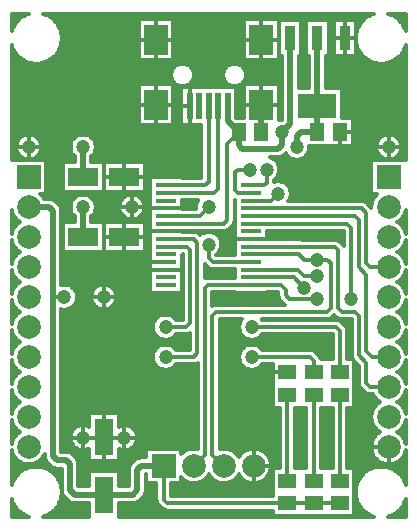
<source format=gbr>
G04 DipTrace 3.1.0.1*
G04 Âåðõíèé.gbr*
%MOIN*%
G04 #@! TF.FileFunction,Copper,L1,Top*
G04 #@! TF.Part,Single*
G04 #@! TA.AperFunction,CopperBalancing*
%ADD14C,0.011811*%
G04 #@! TA.AperFunction,Conductor*
%ADD15C,0.019685*%
%ADD18R,0.100394X0.062992*%
%ADD19R,0.051181X0.059055*%
%ADD20R,0.059055X0.051181*%
%ADD22R,0.062992X0.124016*%
%ADD24R,0.019685X0.090551*%
%ADD25R,0.07874X0.098425*%
G04 #@! TA.AperFunction,ComponentPad*
%ADD26R,0.07874X0.07874*%
%ADD27C,0.07874*%
%ADD29R,0.037402X0.084646*%
%ADD30R,0.127953X0.084646*%
%ADD31R,0.070866X0.015748*%
G04 #@! TA.AperFunction,ViaPad*
%ADD32C,0.047244*%
%FSLAX26Y26*%
G04*
G70*
G90*
G75*
G01*
G04 Top*
%LPD*%
X806335Y637567D2*
D14*
X1087614D1*
X1100003Y625178D1*
Y487403D1*
X520772Y905365D2*
X588542D1*
X600063Y893844D1*
Y650068D1*
X587562Y637567D1*
X518804D1*
X1012503Y487403D2*
Y525159D1*
X1000105Y537556D1*
X806335D1*
X520772Y930955D2*
X612957D1*
X625066Y918846D1*
Y550058D1*
X612564Y537556D1*
X518804D1*
X804236Y1084499D2*
X759270D1*
X750001Y1093768D1*
Y1152974D1*
X759650Y1162622D1*
X800084D1*
X804236Y1110089D2*
X847739D1*
X856251Y1118601D1*
Y1162500D1*
X856249D1*
X804236Y1058908D2*
X871407D1*
X893751Y1081252D1*
X804236Y1033318D2*
X1173164D1*
X1187625Y1018857D1*
Y850089D1*
X1200214Y837500D1*
X1262500D1*
X520764Y1110089D2*
X651133D1*
X662500Y1121457D1*
Y1375295D1*
X520772Y1084499D2*
X681526D1*
X693751Y1096723D1*
Y1375050D1*
X693996Y1375295D1*
X804236Y1007727D2*
X1148749D1*
X1162622Y993854D1*
Y837588D1*
X1187625Y812585D1*
Y556308D1*
X1206433Y537500D1*
X1262500D1*
X804236Y982136D2*
X1124335D1*
X1137619Y968852D1*
Y731327D1*
X981353Y768752D2*
X947102Y803003D1*
X804236D1*
X520772Y1007727D2*
X632688D1*
X662570Y1037609D1*
X804236Y905365D2*
X1082344D1*
X1093865Y893844D1*
Y700073D1*
X1106366Y687572D1*
X1150121D1*
X1162622Y675071D1*
Y543807D1*
X1187625Y518804D1*
Y450047D1*
X1200172Y437500D1*
X1262500D1*
X804236Y828593D2*
X959094D1*
X981353Y806335D1*
X1025108D1*
X804236Y879774D2*
X963978D1*
X981161Y862591D1*
X1025108D1*
X712570Y175018D2*
X675071Y212517D1*
Y675071D1*
X687501Y687501D1*
X1056467D1*
X1068751Y699785D1*
Y850026D1*
X1056186Y862591D1*
X1025108D1*
X804236Y777412D2*
X658650D1*
X650070Y768832D1*
Y212518D1*
X612570Y175018D1*
X804236Y777412D2*
X904014D1*
X918846Y762580D1*
Y743828D1*
X931348Y731327D1*
X1025108D1*
X1100003Y50094D2*
X1012503D1*
X312533Y78562D2*
D15*
X409846D1*
X425045Y93760D1*
Y162517D1*
X437546Y175018D1*
X512570D1*
X62500Y1037500D2*
X131373D1*
X143765Y1025108D1*
Y737577D1*
Y206272D1*
X156266Y193770D1*
X187520D1*
X200021Y181269D1*
Y93760D1*
X215219Y78562D1*
X312533D1*
X804236Y854184D2*
D14*
X677227D1*
X662570Y868841D1*
Y912596D1*
X181269Y737577D2*
X143765D1*
X1012503Y50094D2*
X925110D1*
X925097Y50108D1*
X524953D1*
X512554Y62507D1*
Y175003D1*
X512570Y175018D1*
X934449Y1601673D2*
D15*
Y1315699D1*
X906249Y1287500D1*
X725492Y1375295D2*
Y1324606D1*
X762598Y1287500D1*
Y1243749D1*
X775076Y1231272D1*
X893770D1*
X906249Y1243751D1*
Y1287500D1*
X520772Y982136D2*
D14*
X713358D1*
X724686Y993465D1*
Y1248958D1*
X762598Y1286870D1*
Y1287500D1*
X243776Y1137619D2*
D15*
Y1237630D1*
X837402Y1287500D2*
Y1378937D1*
X837697Y1379232D1*
X804236Y930955D2*
D14*
X737970D1*
X712379Y956546D1*
X520772D1*
X243776Y268778D2*
X309836D1*
X312533Y271475D1*
X381290Y268778D2*
X315230D1*
X312533Y271475D1*
X1025000Y1373327D2*
D15*
X1025098Y1287500D1*
X968717D1*
X956350Y1275134D1*
Y1237630D1*
X1025000Y1373327D2*
Y1601673D1*
X243776Y937598D2*
Y1037609D1*
X1100003Y412600D2*
D14*
Y124898D1*
X1012503D2*
Y412600D1*
X925097Y412646D2*
Y124911D1*
D32*
X1137619Y731327D3*
X1025108Y862591D3*
Y806335D3*
Y731327D3*
X243776Y1237630D3*
X893751Y1081252D3*
X800084Y1162622D3*
X856249Y1162500D3*
X662570Y1037609D3*
X906249Y1287500D3*
X956350Y1237630D3*
X806335Y537556D3*
Y637567D3*
X981353Y768752D3*
X243776Y268778D3*
Y1037609D3*
X518804Y637567D3*
Y537556D3*
X381290Y268778D3*
X662570Y912596D3*
X181269Y737577D3*
X406293Y1037609D3*
X62507Y1237630D3*
X1262633D3*
X312533Y737577D3*
X7098Y1669916D2*
D14*
X38370D1*
X136627D2*
X1188375D1*
X1286634D2*
X1317906D1*
X7098Y1658236D2*
X24713D1*
X150283D2*
X428572D1*
X546046D2*
X778958D1*
X972510D2*
X986920D1*
X1063077D2*
X1077486D1*
X1153621D2*
X1174719D1*
X1300290D2*
X1317906D1*
X7098Y1646556D2*
X15453D1*
X159534D2*
X428572D1*
X546046D2*
X778958D1*
X972510D2*
X986920D1*
X1063077D2*
X1077486D1*
X1153621D2*
X1165469D1*
X1309541D2*
X1317906D1*
X165948Y1634877D2*
X428572D1*
X546046D2*
X778958D1*
X972510D2*
X986920D1*
X1063077D2*
X1077486D1*
X1153621D2*
X1159062D1*
X170215Y1623197D2*
X428572D1*
X546046D2*
X778958D1*
X972510D2*
X986920D1*
X1063077D2*
X1077486D1*
X172684Y1611517D2*
X428572D1*
X546046D2*
X778958D1*
X972510D2*
X986920D1*
X1063077D2*
X1077486D1*
X173467Y1599837D2*
X428572D1*
X546046D2*
X778958D1*
X972510D2*
X986920D1*
X1063077D2*
X1077486D1*
X172636Y1588157D2*
X428572D1*
X546046D2*
X778958D1*
X972510D2*
X986920D1*
X1063077D2*
X1077486D1*
X170122Y1576478D2*
X428572D1*
X546046D2*
X778958D1*
X972510D2*
X986920D1*
X1063077D2*
X1077486D1*
X165808Y1564798D2*
X428572D1*
X546046D2*
X778958D1*
X972510D2*
X986920D1*
X1063077D2*
X1077486D1*
X1153621D2*
X1159190D1*
X7098Y1553118D2*
X15682D1*
X159327D2*
X428572D1*
X546046D2*
X778958D1*
X972510D2*
X986920D1*
X1063077D2*
X1077486D1*
X1153621D2*
X1165677D1*
X1309310D2*
X1317906D1*
X7098Y1541438D2*
X25013D1*
X149984D2*
X428572D1*
X546046D2*
X778958D1*
X972510D2*
X986920D1*
X1063077D2*
X1077486D1*
X1153621D2*
X1175020D1*
X1299990D2*
X1317906D1*
X7098Y1529759D2*
X38854D1*
X136143D2*
X428572D1*
X546046D2*
X778958D1*
X896432D2*
X905234D1*
X963652D2*
X995778D1*
X1054219D2*
X1188861D1*
X1286150D2*
X1317906D1*
X7098Y1518079D2*
X64507D1*
X110491D2*
X905234D1*
X963652D2*
X995778D1*
X1054219D2*
X1214512D1*
X1260497D2*
X1317906D1*
X7098Y1506399D2*
X550558D1*
X601178D2*
X723778D1*
X774423D2*
X905234D1*
X963652D2*
X995778D1*
X1054219D2*
X1317906D1*
X7098Y1494719D2*
X541261D1*
X610475D2*
X714482D1*
X783719D2*
X905234D1*
X963652D2*
X995778D1*
X1054219D2*
X1317906D1*
X7098Y1483039D2*
X537547D1*
X614189D2*
X710768D1*
X787433D2*
X905234D1*
X963652D2*
X995778D1*
X1054219D2*
X1317906D1*
X7098Y1471360D2*
X537685D1*
X614051D2*
X710906D1*
X787272D2*
X905234D1*
X963652D2*
X995778D1*
X1054219D2*
X1317906D1*
X7098Y1459680D2*
X541745D1*
X609991D2*
X714966D1*
X783235D2*
X905234D1*
X963652D2*
X995778D1*
X1054219D2*
X1317906D1*
X7098Y1448000D2*
X551688D1*
X600049D2*
X724908D1*
X773269D2*
X905234D1*
X963652D2*
X995778D1*
X1054219D2*
X1317906D1*
X7098Y1436320D2*
X428572D1*
X546046D2*
X570304D1*
X754699D2*
X778958D1*
X896432D2*
X905234D1*
X963652D2*
X995778D1*
X1054219D2*
X1317906D1*
X7098Y1424640D2*
X428572D1*
X546046D2*
X570304D1*
X754699D2*
X778958D1*
X896432D2*
X905234D1*
X1108337D2*
X1317906D1*
X7098Y1412961D2*
X428572D1*
X546046D2*
X570304D1*
X754699D2*
X778958D1*
X896432D2*
X905234D1*
X1108337D2*
X1317906D1*
X7098Y1401281D2*
X428572D1*
X546046D2*
X570304D1*
X754699D2*
X778958D1*
X896432D2*
X905234D1*
X1108337D2*
X1317906D1*
X7098Y1389601D2*
X428572D1*
X546046D2*
X570304D1*
X754699D2*
X778958D1*
X896432D2*
X905234D1*
X1108337D2*
X1317906D1*
X7098Y1377921D2*
X428572D1*
X546046D2*
X570304D1*
X754699D2*
X778958D1*
X896432D2*
X905234D1*
X1108337D2*
X1317906D1*
X7098Y1366241D2*
X428572D1*
X546046D2*
X570304D1*
X754699D2*
X778958D1*
X896432D2*
X905234D1*
X1108337D2*
X1317906D1*
X7098Y1354562D2*
X428572D1*
X546046D2*
X570304D1*
X754699D2*
X778958D1*
X896432D2*
X905234D1*
X1108337D2*
X1317906D1*
X7098Y1342882D2*
X428572D1*
X546046D2*
X570304D1*
X754699D2*
X778958D1*
X896432D2*
X905234D1*
X1108337D2*
X1317906D1*
X7098Y1331202D2*
X428572D1*
X546046D2*
X570304D1*
X896432D2*
X905234D1*
X1144854D2*
X1317906D1*
X7098Y1319522D2*
X428572D1*
X546046D2*
X570304D1*
X1144854D2*
X1317906D1*
X7098Y1307843D2*
X637226D1*
X1144854D2*
X1317906D1*
X7098Y1296163D2*
X637226D1*
X1144854D2*
X1317906D1*
X7098Y1284483D2*
X637226D1*
X1144854D2*
X1317906D1*
X7098Y1272803D2*
X38715D1*
X86291D2*
X219987D1*
X267563D2*
X637226D1*
X1144854D2*
X1238849D1*
X1286425D2*
X1317906D1*
X7098Y1261123D2*
X26743D1*
X98265D2*
X208014D1*
X279535D2*
X637226D1*
X1144854D2*
X1226854D1*
X1298398D2*
X1317906D1*
X7098Y1249444D2*
X21207D1*
X103801D2*
X202478D1*
X285072D2*
X637226D1*
X1144854D2*
X1221341D1*
X1303912D2*
X1317906D1*
X7098Y1237764D2*
X19522D1*
X105508D2*
X200794D1*
X286756D2*
X637226D1*
X999340D2*
X1219634D1*
X1305618D2*
X1317906D1*
X7098Y1226084D2*
X21138D1*
X103870D2*
X202409D1*
X285142D2*
X637226D1*
X997724D2*
X1221272D1*
X1304004D2*
X1317906D1*
X7098Y1214404D2*
X26559D1*
X98449D2*
X207831D1*
X279720D2*
X637226D1*
X992303D2*
X1226693D1*
X1298583D2*
X1317906D1*
X7098Y1202724D2*
X38301D1*
X86707D2*
X214566D1*
X272984D2*
X637226D1*
X868841D2*
X932155D1*
X980539D2*
X1238434D1*
X1286841D2*
X1317906D1*
X121240Y1191045D2*
X214566D1*
X272984D2*
X637226D1*
X887988D2*
X1203762D1*
X121240Y1179365D2*
X174219D1*
X451142D2*
X637226D1*
X895693D2*
X1203762D1*
X121240Y1167685D2*
X174219D1*
X451142D2*
X637226D1*
X898923D2*
X1203762D1*
X121240Y1156005D2*
X174219D1*
X451142D2*
X637226D1*
X898738D2*
X1203762D1*
X121240Y1144325D2*
X174219D1*
X451142D2*
X637226D1*
X895093D2*
X1203762D1*
X121240Y1132646D2*
X174219D1*
X451142D2*
X465966D1*
X886697D2*
X1203762D1*
X121240Y1120966D2*
X174219D1*
X451142D2*
X465966D1*
X908012D2*
X1203762D1*
X121240Y1109286D2*
X174219D1*
X451142D2*
X465966D1*
X925959D2*
X1203762D1*
X121240Y1097606D2*
X174219D1*
X451142D2*
X465966D1*
X933409D2*
X1203762D1*
X121240Y1085927D2*
X465966D1*
X936478D2*
X1203762D1*
X107976Y1074247D2*
X222455D1*
X265096D2*
X384972D1*
X427612D2*
X465966D1*
X936155D2*
X1217026D1*
X145093Y1062567D2*
X209052D1*
X278497D2*
X371570D1*
X441014D2*
X465966D1*
X932325D2*
X1209507D1*
X158819Y1050887D2*
X202940D1*
X284612D2*
X365457D1*
X447129D2*
X465966D1*
X575573D2*
X621747D1*
X1190831D2*
X1205331D1*
X169177Y1039207D2*
X200818D1*
X286734D2*
X363335D1*
X449251D2*
X465966D1*
X575573D2*
X619601D1*
X172867Y1027528D2*
X202017D1*
X285534D2*
X364534D1*
X448051D2*
X465966D1*
X172983Y1015848D2*
X206885D1*
X280667D2*
X369402D1*
X443184D2*
X465966D1*
X7098Y1004168D2*
X14392D1*
X172983D2*
X214566D1*
X272984D2*
X380013D1*
X432572D2*
X465966D1*
X1310601D2*
X1317906D1*
X7098Y992488D2*
X25451D1*
X172983D2*
X214566D1*
X272984D2*
X465966D1*
X1299551D2*
X1317906D1*
X7098Y980808D2*
X23398D1*
X451142D2*
X465966D1*
X1301605D2*
X1317906D1*
X7098Y969129D2*
X13240D1*
X451142D2*
X465966D1*
X735598D2*
X749430D1*
X1311778D2*
X1317906D1*
X451142Y957449D2*
X465966D1*
X575573D2*
X749430D1*
X859038D2*
X1112343D1*
X451142Y945769D2*
X465966D1*
X689207D2*
X749430D1*
X859038D2*
X1112343D1*
X451142Y934089D2*
X465966D1*
X699612D2*
X749430D1*
X859038D2*
X1112343D1*
X451142Y922409D2*
X465966D1*
X704387D2*
X749430D1*
X1100563D2*
X1112343D1*
X451142Y910730D2*
X465966D1*
X705517D2*
X749430D1*
X7098Y899050D2*
X18484D1*
X451142D2*
X465966D1*
X703303D2*
X749430D1*
X1306518D2*
X1317906D1*
X7098Y887370D2*
X32580D1*
X172983D2*
X465966D1*
X697097D2*
X749430D1*
X1292424D2*
X1317906D1*
X7098Y875690D2*
X18255D1*
X172983D2*
X465966D1*
X1306749D2*
X1317906D1*
X172983Y864010D2*
X465966D1*
X172983Y852331D2*
X465966D1*
X172983Y840651D2*
X465966D1*
X650337D2*
X655496D1*
X172983Y828971D2*
X465966D1*
X650337D2*
X749430D1*
X172983Y817291D2*
X465966D1*
X650337D2*
X749430D1*
X7098Y805612D2*
X13378D1*
X172983D2*
X465966D1*
X650337D2*
X749430D1*
X1311593D2*
X1317906D1*
X7098Y793932D2*
X23698D1*
X172983D2*
X465966D1*
X1301304D2*
X1317906D1*
X7098Y782252D2*
X25129D1*
X172983D2*
X465966D1*
X1299874D2*
X1317906D1*
X7098Y770572D2*
X14207D1*
X208139D2*
X285663D1*
X339399D2*
X465966D1*
X1310786D2*
X1317906D1*
X218428Y758892D2*
X275374D1*
X349688D2*
X465966D1*
X223134Y747213D2*
X270668D1*
X354392D2*
X574780D1*
X675344D2*
X893562D1*
X224218Y735533D2*
X269584D1*
X355478D2*
X574780D1*
X675344D2*
X895038D1*
X221934Y723853D2*
X271867D1*
X353217D2*
X574780D1*
X675344D2*
X903573D1*
X215660Y712173D2*
X278143D1*
X346919D2*
X574780D1*
X675344D2*
X915546D1*
X7098Y700493D2*
X17239D1*
X201773D2*
X292030D1*
X333031D2*
X574780D1*
X1307764D2*
X1317906D1*
X7098Y688814D2*
X30618D1*
X172983D2*
X574780D1*
X1294385D2*
X1317906D1*
X7098Y677134D2*
X19570D1*
X172983D2*
X504121D1*
X533496D2*
X574780D1*
X1305411D2*
X1317906D1*
X7098Y665454D2*
X10982D1*
X172983D2*
X486474D1*
X551143D2*
X574780D1*
X1067369D2*
X1095618D1*
X1313992D2*
X1317915D1*
X172983Y653774D2*
X479092D1*
X700350D2*
X766617D1*
X1106654D2*
X1137349D1*
X172983Y642094D2*
X476070D1*
X700350D2*
X763594D1*
X1118349D2*
X1137349D1*
X172983Y630415D2*
X476438D1*
X700350D2*
X763963D1*
X1124693D2*
X1137349D1*
X172983Y618735D2*
X480291D1*
X700350D2*
X767816D1*
X1125270D2*
X1137349D1*
X7098Y607055D2*
X12457D1*
X172983D2*
X489034D1*
X548583D2*
X599786D1*
X700350D2*
X776559D1*
X836108D2*
X1074718D1*
X1125270D2*
X1137349D1*
X1312539D2*
X1317911D1*
X7098Y595375D2*
X22084D1*
X172983D2*
X599786D1*
X700350D2*
X1074718D1*
X1125270D2*
X1137349D1*
X1302896D2*
X1317906D1*
X7098Y583696D2*
X26974D1*
X172983D2*
X599786D1*
X700350D2*
X1074718D1*
X1125270D2*
X1137349D1*
X1298029D2*
X1317906D1*
X7098Y572016D2*
X15268D1*
X172983D2*
X493948D1*
X543669D2*
X599786D1*
X700350D2*
X781472D1*
X831194D2*
X1074718D1*
X1125270D2*
X1137349D1*
X1309748D2*
X1317906D1*
X172983Y560336D2*
X482551D1*
X700350D2*
X770100D1*
X1009143D2*
X1074718D1*
X1125270D2*
X1137349D1*
X172983Y548656D2*
X477315D1*
X700350D2*
X764840D1*
X1024253D2*
X1074718D1*
X1125270D2*
X1137349D1*
X172983Y536976D2*
X475816D1*
X700350D2*
X763340D1*
X1034680D2*
X1074718D1*
X1125270D2*
X1138340D1*
X172983Y525297D2*
X477661D1*
X700350D2*
X765186D1*
X172983Y513617D2*
X483336D1*
X616474D2*
X624782D1*
X700350D2*
X770883D1*
X1148892D2*
X1157556D1*
X7098Y501937D2*
X16051D1*
X172983D2*
X495724D1*
X541870D2*
X624791D1*
X700350D2*
X783248D1*
X829417D2*
X876192D1*
X1148892D2*
X1162354D1*
X1308941D2*
X1317906D1*
X7098Y490257D2*
X28428D1*
X172983D2*
X624791D1*
X700350D2*
X876192D1*
X1148892D2*
X1162354D1*
X1296552D2*
X1317906D1*
X7098Y478577D2*
X20999D1*
X172983D2*
X624791D1*
X700350D2*
X876192D1*
X1148892D2*
X1162354D1*
X1304004D2*
X1317906D1*
X7098Y466898D2*
X11811D1*
X172983D2*
X624791D1*
X700350D2*
X876192D1*
X1148892D2*
X1162354D1*
X1313161D2*
X1317902D1*
X172983Y455218D2*
X624791D1*
X700350D2*
X876192D1*
X1148892D2*
X1162354D1*
X172983Y443538D2*
X624791D1*
X700350D2*
X876192D1*
X1148892D2*
X1163255D1*
X172983Y431858D2*
X624791D1*
X700350D2*
X876192D1*
X1148892D2*
X1170567D1*
X172983Y420178D2*
X624791D1*
X700350D2*
X876192D1*
X1148892D2*
X1182240D1*
X7098Y408499D2*
X11580D1*
X172983D2*
X624791D1*
X700350D2*
X876192D1*
X1148892D2*
X1211606D1*
X1313392D2*
X1317898D1*
X7098Y396819D2*
X20608D1*
X172983D2*
X624791D1*
X700350D2*
X876192D1*
X1148892D2*
X1220602D1*
X1304396D2*
X1317906D1*
X7098Y385139D2*
X29004D1*
X172983D2*
X624791D1*
X700350D2*
X876192D1*
X1148892D2*
X1229022D1*
X1295976D2*
X1317906D1*
X7098Y373459D2*
X16374D1*
X172983D2*
X624791D1*
X700350D2*
X876192D1*
X1148892D2*
X1216381D1*
X1308618D2*
X1317906D1*
X172983Y361780D2*
X624791D1*
X700350D2*
X899814D1*
X950365D2*
X987219D1*
X1037772D2*
X1074718D1*
X1125270D2*
X1209138D1*
X172983Y350100D2*
X261672D1*
X363390D2*
X624791D1*
X700350D2*
X899814D1*
X950365D2*
X987219D1*
X1037772D2*
X1074718D1*
X1125270D2*
X1205147D1*
X172983Y338420D2*
X261672D1*
X363390D2*
X624791D1*
X700350D2*
X899814D1*
X950365D2*
X987219D1*
X1037772D2*
X1074718D1*
X1125270D2*
X1203762D1*
X172983Y326740D2*
X261672D1*
X363390D2*
X624791D1*
X700350D2*
X899814D1*
X950365D2*
X987219D1*
X1037772D2*
X1074718D1*
X1125270D2*
X1204777D1*
X172983Y315060D2*
X261672D1*
X363390D2*
X624791D1*
X700350D2*
X899814D1*
X950365D2*
X987219D1*
X1037772D2*
X1074718D1*
X1125270D2*
X1208307D1*
X7098Y303381D2*
X14945D1*
X172983D2*
X219134D1*
X405951D2*
X624791D1*
X700350D2*
X899814D1*
X950365D2*
X987219D1*
X1037772D2*
X1074718D1*
X1125270D2*
X1214974D1*
X1310047D2*
X1317906D1*
X7098Y291701D2*
X26466D1*
X172983D2*
X207622D1*
X417438D2*
X624791D1*
X700350D2*
X899814D1*
X950365D2*
X987219D1*
X1037772D2*
X1074718D1*
X1125270D2*
X1226462D1*
X1298537D2*
X1317906D1*
X7098Y280021D2*
X22522D1*
X172983D2*
X202316D1*
X422744D2*
X624791D1*
X700350D2*
X899814D1*
X950365D2*
X987219D1*
X1037772D2*
X1074718D1*
X1125270D2*
X1222517D1*
X1302482D2*
X1317906D1*
X7098Y268341D2*
X12732D1*
X172983D2*
X200794D1*
X424290D2*
X624791D1*
X700350D2*
X899814D1*
X950365D2*
X987219D1*
X1037772D2*
X1074718D1*
X1125270D2*
X1212713D1*
X1312286D2*
X1317919D1*
X172983Y256661D2*
X202571D1*
X422491D2*
X624791D1*
X700350D2*
X899814D1*
X950365D2*
X987219D1*
X1037772D2*
X1074718D1*
X1125270D2*
X1207038D1*
X172983Y244982D2*
X208222D1*
X416839D2*
X624791D1*
X700350D2*
X899814D1*
X950365D2*
X987219D1*
X1037772D2*
X1074718D1*
X1125270D2*
X1204247D1*
X172983Y233302D2*
X220471D1*
X404589D2*
X624791D1*
X700350D2*
X899814D1*
X950365D2*
X987219D1*
X1037772D2*
X1074718D1*
X1125270D2*
X1203924D1*
X191877Y221622D2*
X261672D1*
X363390D2*
X453832D1*
X571306D2*
X577617D1*
X747525D2*
X777597D1*
X847526D2*
X899814D1*
X950365D2*
X987219D1*
X1037772D2*
X1074718D1*
X1125270D2*
X1206000D1*
X7098Y209942D2*
X10797D1*
X212176D2*
X261672D1*
X363390D2*
X453832D1*
X759497D2*
X765635D1*
X859499D2*
X899814D1*
X950365D2*
X987219D1*
X1037772D2*
X1074718D1*
X1125270D2*
X1210776D1*
X1314223D2*
X1317924D1*
X7098Y198262D2*
X19199D1*
X105785D2*
X115718D1*
X223503D2*
X261672D1*
X363390D2*
X420706D1*
X866396D2*
X899814D1*
X950365D2*
X987219D1*
X1037772D2*
X1074718D1*
X1125270D2*
X1219196D1*
X1305803D2*
X1317906D1*
X7098Y186583D2*
X34471D1*
X90513D2*
X122639D1*
X228717D2*
X408295D1*
X870134D2*
X899814D1*
X950365D2*
X987219D1*
X1037772D2*
X1074718D1*
X1125270D2*
X1234466D1*
X1290531D2*
X1317906D1*
X7098Y174903D2*
X134311D1*
X229224D2*
X398722D1*
X871310D2*
X899814D1*
X950365D2*
X987219D1*
X1037772D2*
X1074718D1*
X1125270D2*
X1317906D1*
X7098Y163223D2*
X48197D1*
X126801D2*
X170806D1*
X229224D2*
X395837D1*
X870087D2*
X876180D1*
X1148892D2*
X1198319D1*
X1276945D2*
X1317906D1*
X7098Y151543D2*
X30780D1*
X144240D2*
X170806D1*
X229224D2*
X261672D1*
X363390D2*
X395837D1*
X866304D2*
X876192D1*
X1148892D2*
X1180902D1*
X1294361D2*
X1317906D1*
X7098Y139864D2*
X19638D1*
X155358D2*
X170806D1*
X229224D2*
X261672D1*
X363390D2*
X395837D1*
X659335D2*
X665802D1*
X759336D2*
X765807D1*
X859337D2*
X876192D1*
X1148892D2*
X1169760D1*
X1305480D2*
X1317906D1*
X7098Y128184D2*
X11949D1*
X163063D2*
X170806D1*
X229224D2*
X261672D1*
X363390D2*
X395837D1*
X571306D2*
X577940D1*
X647201D2*
X677919D1*
X747202D2*
X777920D1*
X847203D2*
X876192D1*
X1148892D2*
X1162077D1*
X1313185D2*
X1317909D1*
X229224Y116504D2*
X261672D1*
X363390D2*
X395837D1*
X454256D2*
X487281D1*
X537833D2*
X876192D1*
X1148892D2*
X1156795D1*
X454256Y104824D2*
X487281D1*
X537833D2*
X876192D1*
X1148892D2*
X1153457D1*
X454256Y93144D2*
X487281D1*
X537833D2*
X876192D1*
X451419Y81465D2*
X487281D1*
X537833D2*
X876192D1*
X171576Y69785D2*
X183171D1*
X441891D2*
X487281D1*
X1148892D2*
X1153533D1*
X168207Y58105D2*
X194866D1*
X430196D2*
X487673D1*
X1148892D2*
X1156933D1*
X7098Y46425D2*
X12180D1*
X162833D2*
X261672D1*
X363390D2*
X493440D1*
X1148892D2*
X1162286D1*
X1312978D2*
X1317924D1*
X7098Y34745D2*
X19961D1*
X155035D2*
X261672D1*
X363390D2*
X505067D1*
X1148892D2*
X1170083D1*
X1305157D2*
X1317906D1*
X7098Y23066D2*
X31218D1*
X143778D2*
X261672D1*
X363390D2*
X876192D1*
X1148892D2*
X1181364D1*
X1293900D2*
X1317906D1*
X7098Y11386D2*
X48982D1*
X126016D2*
X261672D1*
X363390D2*
X876192D1*
X1148892D2*
X1199126D1*
X1276114D2*
X1317906D1*
X181295Y1187304D2*
X215736D1*
X215744Y1206617D1*
X211982Y1210476D1*
X208126Y1215783D1*
X205147Y1221630D1*
X203119Y1227869D1*
X202093Y1234349D1*
Y1240911D1*
X203119Y1247391D1*
X205147Y1253630D1*
X208126Y1259476D1*
X211982Y1264783D1*
X216622Y1269424D1*
X221929Y1273280D1*
X227776Y1276259D1*
X234014Y1278286D1*
X240495Y1279312D1*
X247056D1*
X253537Y1278286D1*
X259776Y1276259D1*
X265622Y1273280D1*
X270929Y1269424D1*
X275570Y1264783D1*
X279425Y1259476D1*
X282404Y1253630D1*
X284432Y1247391D1*
X285458Y1240911D1*
Y1234349D1*
X284432Y1227869D1*
X282404Y1221630D1*
X279425Y1215783D1*
X275570Y1210476D1*
X271806Y1206646D1*
X271807Y1187318D1*
X312161Y1187304D1*
Y1087934D1*
X175390D1*
Y1187304D1*
X181295D1*
X314366D2*
X449957D1*
Y1087934D1*
X313185D1*
Y1187304D1*
X314366D1*
X181295Y987283D2*
X215736D1*
X215744Y1006596D1*
X211982Y1010455D1*
X208126Y1015762D1*
X205147Y1021609D1*
X203119Y1027848D1*
X202093Y1034328D1*
Y1040890D1*
X203119Y1047370D1*
X205147Y1053609D1*
X208126Y1059455D1*
X211982Y1064762D1*
X216622Y1069403D1*
X221929Y1073259D1*
X227776Y1076238D1*
X234014Y1078265D1*
X240495Y1079291D1*
X247056D1*
X253537Y1078265D1*
X259776Y1076238D1*
X265622Y1073259D1*
X270929Y1069403D1*
X275570Y1064762D1*
X279425Y1059455D1*
X282404Y1053609D1*
X284432Y1047370D1*
X285458Y1040890D1*
Y1034328D1*
X284432Y1027848D1*
X282404Y1021609D1*
X279425Y1015762D1*
X275570Y1010455D1*
X271806Y1006625D1*
X271807Y987297D1*
X312161Y987283D1*
Y887913D1*
X175390D1*
Y987283D1*
X181295D1*
X314366D2*
X449957D1*
Y887913D1*
X313185D1*
Y987283D1*
X314366D1*
X754505Y1335217D2*
X780157D1*
X780138Y1446634D1*
X895256D1*
Y1327836D1*
X899709Y1328797D1*
X906249Y1329311D1*
X906416Y1329304D1*
X906378Y1541161D1*
X897559D1*
Y1662185D1*
X971339D1*
Y1541161D1*
X962458D1*
X962480Y1433850D1*
X996976Y1433839D1*
X996929Y1541161D1*
X988110D1*
Y1662185D1*
X1061890D1*
Y1541161D1*
X1053009D1*
X1053031Y1433850D1*
X1107165Y1433839D1*
Y1335220D1*
X1143681Y1335217D1*
Y1239783D1*
X998127D1*
X998033Y1234349D1*
X997007Y1227869D1*
X994979Y1221630D1*
X992000Y1215783D1*
X988144Y1210476D1*
X983504Y1205836D1*
X978197Y1201980D1*
X972350Y1199001D1*
X966112Y1196974D1*
X959631Y1195948D1*
X953070D1*
X946589Y1196974D1*
X940350Y1199001D1*
X934504Y1201980D1*
X929197Y1205836D1*
X924556Y1210476D1*
X920701Y1215783D1*
X919705Y1217563D1*
X911975Y1209957D1*
X908417Y1207371D1*
X904497Y1205374D1*
X900314Y1204014D1*
X895970Y1203327D1*
X870148Y1203240D1*
X866010Y1203156D1*
X872249Y1201129D1*
X878096Y1198150D1*
X883403Y1194294D1*
X888043Y1189654D1*
X891899Y1184346D1*
X894878Y1178500D1*
X896906Y1172261D1*
X897932Y1165781D1*
Y1159219D1*
X896906Y1152739D1*
X894878Y1146500D1*
X891899Y1140654D1*
X888043Y1135346D1*
X883403Y1130706D1*
X880345Y1128353D1*
Y1120852D1*
X883990Y1121908D1*
X890470Y1122934D1*
X897031D1*
X903512Y1121908D1*
X909751Y1119881D1*
X915597Y1116902D1*
X920904Y1113046D1*
X925545Y1108406D1*
X929400Y1103098D1*
X932379Y1097252D1*
X934407Y1091013D1*
X935433Y1084533D1*
Y1077971D1*
X934407Y1071491D1*
X932379Y1065252D1*
X929400Y1059406D1*
X928068Y1057412D1*
X1175055Y1057337D1*
X1178789Y1056747D1*
X1182385Y1055577D1*
X1185753Y1053862D1*
X1188812Y1051639D1*
X1204667Y1035888D1*
X1204941Y1037500D1*
X1205118Y1042016D1*
X1205650Y1046504D1*
X1206531Y1050937D1*
X1207759Y1055286D1*
X1209323Y1059526D1*
X1211214Y1063631D1*
X1213423Y1067575D1*
X1215934Y1071332D1*
X1218732Y1074882D1*
X1223680Y1079938D1*
X1204941Y1079941D1*
Y1195059D1*
X1319092D1*
X1319008Y1576684D1*
X1317188Y1571067D1*
X1314980Y1565591D1*
X1312398Y1560282D1*
X1309451Y1555165D1*
X1306156Y1550265D1*
X1302528Y1545608D1*
X1298584Y1541214D1*
X1294344Y1537105D1*
X1289828Y1533301D1*
X1285059Y1529820D1*
X1280059Y1526680D1*
X1274853Y1523896D1*
X1269465Y1521480D1*
X1263921Y1519446D1*
X1258251Y1517803D1*
X1252479Y1516558D1*
X1246635Y1515718D1*
X1240747Y1515286D1*
X1234843Y1515266D1*
X1228951Y1515656D1*
X1223101Y1516457D1*
X1217322Y1517661D1*
X1211639Y1519265D1*
X1206081Y1521261D1*
X1200677Y1523639D1*
X1195451Y1526387D1*
X1190430Y1529493D1*
X1185636Y1532940D1*
X1181094Y1536713D1*
X1176827Y1540793D1*
X1172853Y1545159D1*
X1169192Y1549791D1*
X1165864Y1554668D1*
X1162882Y1559764D1*
X1160262Y1565055D1*
X1158017Y1570517D1*
X1156157Y1576121D1*
X1154693Y1581840D1*
X1153630Y1587648D1*
X1152972Y1593516D1*
X1152727Y1599415D1*
X1152891Y1605316D1*
X1153466Y1611193D1*
X1154449Y1617014D1*
X1155835Y1622755D1*
X1157617Y1628383D1*
X1159786Y1633875D1*
X1162332Y1639202D1*
X1165243Y1644339D1*
X1168504Y1649261D1*
X1172100Y1653944D1*
X1176013Y1658365D1*
X1180224Y1662504D1*
X1184714Y1666339D1*
X1189459Y1669852D1*
X1194437Y1673026D1*
X1199625Y1675846D1*
X1204996Y1678299D1*
X1210524Y1680371D1*
X1214659Y1681601D1*
X110518Y1681596D1*
X118375Y1678957D1*
X123795Y1676615D1*
X129041Y1673904D1*
X134084Y1670833D1*
X138900Y1667420D1*
X143469Y1663678D1*
X147765Y1659629D1*
X151769Y1655290D1*
X155462Y1650682D1*
X158824Y1645829D1*
X161841Y1640753D1*
X164497Y1635480D1*
X166780Y1630035D1*
X168678Y1624445D1*
X170182Y1618735D1*
X171286Y1612934D1*
X171983Y1607072D1*
X172278Y1600001D1*
X172072Y1594101D1*
X171457Y1588228D1*
X170434Y1582413D1*
X169008Y1576684D1*
X167188Y1571067D1*
X164980Y1565591D1*
X162398Y1560282D1*
X159451Y1555165D1*
X156156Y1550265D1*
X152528Y1545608D1*
X148584Y1541214D1*
X144344Y1537105D1*
X139828Y1533301D1*
X135059Y1529820D1*
X130059Y1526680D1*
X124853Y1523896D1*
X119465Y1521480D1*
X113921Y1519446D1*
X108251Y1517803D1*
X102479Y1516558D1*
X96635Y1515718D1*
X90747Y1515286D1*
X84843Y1515266D1*
X78951Y1515656D1*
X73101Y1516457D1*
X67322Y1517661D1*
X61639Y1519265D1*
X56081Y1521261D1*
X50677Y1523639D1*
X45451Y1526387D1*
X40430Y1529493D1*
X35636Y1532940D1*
X31094Y1536713D1*
X26827Y1540793D1*
X22853Y1545159D1*
X19192Y1549791D1*
X15864Y1554668D1*
X12882Y1559764D1*
X10262Y1565055D1*
X8017Y1570517D1*
X5911Y1577081D1*
X5907Y1195060D1*
X120059Y1195059D1*
Y1079941D1*
X101396D1*
X106268Y1074882D1*
X109066Y1071332D1*
X112724Y1065526D1*
X133572Y1065445D1*
X137916Y1064757D1*
X142100Y1063398D1*
X146020Y1061400D1*
X149577Y1058815D1*
X163587Y1044929D1*
X166444Y1041584D1*
X168741Y1037833D1*
X170425Y1033770D1*
X171451Y1029492D1*
X171797Y1025108D1*
Y778299D1*
X177988Y779260D1*
X184550D1*
X191030Y778234D1*
X197269Y776206D1*
X203115Y773227D1*
X208423Y769371D1*
X213063Y764731D1*
X216919Y759424D1*
X219898Y753577D1*
X221925Y747339D1*
X222951Y740858D1*
Y734297D1*
X221925Y727816D1*
X219898Y721577D1*
X216919Y715731D1*
X213063Y710424D1*
X208423Y705783D1*
X203115Y701928D1*
X197269Y698949D1*
X191030Y696921D1*
X184550Y695895D1*
X177988D1*
X171798Y696864D1*
X171797Y221791D1*
X189719Y221715D1*
X194063Y221028D1*
X198247Y219668D1*
X202167Y217671D1*
X205724Y215085D1*
X219843Y201091D1*
X222699Y197745D1*
X224997Y193995D1*
X226681Y189932D1*
X227707Y185654D1*
X228052Y181269D1*
Y106597D1*
X262856Y106593D1*
X262848Y158759D1*
X362218D1*
Y106601D1*
X397033Y106593D1*
X397100Y164717D1*
X397787Y169060D1*
X399147Y173244D1*
X401144Y177164D1*
X403730Y180722D1*
X417724Y194840D1*
X421070Y197697D1*
X424820Y199995D1*
X428883Y201678D1*
X433161Y202705D1*
X437546Y203050D1*
X455009D1*
X455010Y232577D1*
X570129D1*
Y213915D1*
X575188Y218786D1*
X578738Y221584D1*
X582495Y224096D1*
X586438Y226304D1*
X590543Y228196D1*
X594783Y229760D1*
X599133Y230987D1*
X603566Y231869D1*
X608054Y232400D1*
X612570Y232577D1*
X617085Y232400D1*
X621573Y231869D1*
X625990Y230991D1*
X625975Y517552D1*
X623503Y516088D1*
X620010Y514640D1*
X616333Y513759D1*
X612564Y513462D1*
X552979D1*
X550598Y510403D1*
X545958Y505762D1*
X540651Y501907D1*
X534804Y498928D1*
X528566Y496900D1*
X522085Y495874D1*
X515524D1*
X509043Y496900D1*
X502804Y498928D1*
X496958Y501907D1*
X491651Y505762D1*
X487010Y510403D1*
X483155Y515710D1*
X480176Y521556D1*
X478148Y527795D1*
X477122Y534276D1*
Y540837D1*
X478148Y547318D1*
X480176Y553556D1*
X483155Y559403D1*
X487010Y564710D1*
X491651Y569350D1*
X496958Y573206D1*
X502804Y576185D1*
X509043Y578213D1*
X515524Y579239D1*
X522085D1*
X528566Y578213D1*
X534804Y576185D1*
X540651Y573206D1*
X545958Y569350D1*
X550598Y564710D1*
X552951Y561652D1*
X600951Y561651D1*
X600971Y617533D1*
X596782Y615307D1*
X593186Y614138D1*
X589453Y613547D1*
X558034Y613472D1*
X552982D1*
X550598Y610413D1*
X545958Y605773D1*
X540651Y601917D1*
X534804Y598938D1*
X528566Y596911D1*
X522085Y595885D1*
X515524D1*
X509043Y596911D1*
X502804Y598938D1*
X496958Y601917D1*
X491651Y605773D1*
X487010Y610413D1*
X483155Y615720D1*
X480176Y621567D1*
X478148Y627806D1*
X477122Y634286D1*
Y640848D1*
X478148Y647328D1*
X480176Y653567D1*
X483155Y659413D1*
X487010Y664720D1*
X491651Y669361D1*
X496958Y673217D1*
X502804Y676196D1*
X509043Y678223D1*
X515524Y679249D1*
X522085D1*
X528566Y678223D1*
X534804Y676196D1*
X540651Y673217D1*
X545958Y669361D1*
X550598Y664720D1*
X552951Y661663D1*
X575991Y661661D1*
X575969Y881283D1*
X574394Y876310D1*
Y751349D1*
X467150D1*
X467142Y1136152D1*
X574386D1*
Y1134192D1*
X638390Y1134184D1*
X638406Y1311840D1*
X571476Y1311831D1*
Y1438760D1*
X753524D1*
X753665Y1336076D1*
X754530Y1335211D1*
X362218Y50545D2*
Y5885D1*
X1214667Y5906D1*
X1206210Y8769D1*
X1200806Y11147D1*
X1195580Y13895D1*
X1190559Y17001D1*
X1185765Y20448D1*
X1181223Y24220D1*
X1176955Y28301D1*
X1172982Y32667D1*
X1169320Y37299D1*
X1165992Y42176D1*
X1163010Y47272D1*
X1160391Y52563D1*
X1158146Y58025D1*
X1156286Y63629D1*
X1154822Y69348D1*
X1153759Y75156D1*
X1153101Y81024D1*
X1152856Y86923D1*
X1153020Y92824D1*
X1153594Y98701D1*
X1154577Y104522D1*
X1155963Y110262D1*
X1157745Y115891D1*
X1159915Y121383D1*
X1162461Y126710D1*
X1165371Y131846D1*
X1168633Y136769D1*
X1172228Y141451D1*
X1176142Y145873D1*
X1180353Y150012D1*
X1184843Y153846D1*
X1189588Y157360D1*
X1194566Y160534D1*
X1199753Y163354D1*
X1205125Y165807D1*
X1210652Y167879D1*
X1216312Y169562D1*
X1222075Y170846D1*
X1227913Y171727D1*
X1233799Y172199D1*
X1239703Y172261D1*
X1245597Y171911D1*
X1251451Y171152D1*
X1257240Y169987D1*
X1262933Y168421D1*
X1268504Y166465D1*
X1273924Y164123D1*
X1279169Y161412D1*
X1284213Y158341D1*
X1289029Y154928D1*
X1293597Y151186D1*
X1297894Y147136D1*
X1301898Y142798D1*
X1305591Y138190D1*
X1308953Y133337D1*
X1311970Y128261D1*
X1314626Y122988D1*
X1316908Y117543D1*
X1319094Y110860D1*
X1319080Y226930D1*
X1317701Y221192D1*
X1315740Y215623D1*
X1313219Y210286D1*
X1310165Y205234D1*
X1306610Y200522D1*
X1302591Y196198D1*
X1298150Y192310D1*
X1293333Y188896D1*
X1288194Y185993D1*
X1282783Y183634D1*
X1277160Y181839D1*
X1271382Y180630D1*
X1265510Y180020D1*
X1259608Y180013D1*
X1253735Y180612D1*
X1247955Y181808D1*
X1242328Y183592D1*
X1236912Y185941D1*
X1231766Y188833D1*
X1226944Y192236D1*
X1222495Y196117D1*
X1218466Y200432D1*
X1214902Y205136D1*
X1211837Y210181D1*
X1209306Y215513D1*
X1207333Y221077D1*
X1205941Y226814D1*
X1205144Y232663D1*
X1204950Y238563D1*
X1205362Y244451D1*
X1206374Y250266D1*
X1207978Y255948D1*
X1210154Y261434D1*
X1212881Y266671D1*
X1216129Y271598D1*
X1219865Y276169D1*
X1224050Y280332D1*
X1228639Y284045D1*
X1233584Y287269D1*
X1233990Y287499D1*
X1228668Y290934D1*
X1225118Y293732D1*
X1221799Y296799D1*
X1218732Y300118D1*
X1215934Y303668D1*
X1213423Y307425D1*
X1211214Y311369D1*
X1209323Y315474D1*
X1207759Y319714D1*
X1206531Y324063D1*
X1205650Y328496D1*
X1205118Y332984D1*
X1204941Y337500D1*
X1205118Y342016D1*
X1205650Y346504D1*
X1206531Y350937D1*
X1207759Y355286D1*
X1209323Y359526D1*
X1211214Y363631D1*
X1213423Y367575D1*
X1215934Y371332D1*
X1218732Y374882D1*
X1221799Y378201D1*
X1225118Y381268D1*
X1228668Y384066D1*
X1234043Y387483D1*
X1228668Y390934D1*
X1225118Y393732D1*
X1221799Y396799D1*
X1218732Y400118D1*
X1215934Y403668D1*
X1213423Y407425D1*
X1210276Y413406D1*
X1198281Y413480D1*
X1194547Y414071D1*
X1190951Y415240D1*
X1187583Y416957D1*
X1184524Y419178D1*
X1170588Y433010D1*
X1168131Y435885D1*
X1166156Y439109D1*
X1164710Y442601D1*
X1163827Y446278D1*
X1163530Y450055D1*
Y508802D1*
X1147727Y524627D1*
X1147719Y368820D1*
X1124075D1*
X1124097Y168697D1*
X1147719Y168677D1*
Y6315D1*
X877381Y6328D1*
Y26005D1*
X523062Y26088D1*
X519328Y26678D1*
X515732Y27848D1*
X512364Y29563D1*
X509304Y31786D1*
X495516Y45469D1*
X493060Y48344D1*
X491085Y51568D1*
X489639Y55060D1*
X488756Y58738D1*
X488459Y62507D1*
Y117479D1*
X455010Y117459D1*
Y147009D1*
X453076Y146987D1*
X452990Y91560D1*
X452302Y87217D1*
X450942Y83033D1*
X448945Y79113D1*
X446360Y75555D1*
X429668Y58740D1*
X426323Y55883D1*
X422572Y53585D1*
X418509Y51902D1*
X414231Y50875D1*
X409837Y50530D1*
X362210D1*
X262848Y5908D2*
Y50522D1*
X213020Y50617D1*
X208676Y51304D1*
X204492Y52664D1*
X200572Y54661D1*
X197014Y57247D1*
X180199Y73938D1*
X177343Y77283D1*
X175045Y81034D1*
X173361Y85097D1*
X172333Y89383D1*
X172071Y81600D1*
X171455Y75727D1*
X170433Y69912D1*
X169007Y64182D1*
X167186Y58566D1*
X164979Y53089D1*
X162396Y47781D1*
X159450Y42664D1*
X156155Y37764D1*
X152526Y33106D1*
X148583Y28713D1*
X144343Y24604D1*
X139827Y20799D1*
X135058Y17319D1*
X130058Y14178D1*
X124852Y11395D1*
X119463Y8979D1*
X113920Y6945D1*
X110354Y5912D1*
X262865Y5906D1*
X264029Y351672D2*
X362218D1*
Y305983D1*
X366479Y307878D1*
X370982Y309299D1*
X375617Y310202D1*
X380323Y310577D1*
X385042Y310420D1*
X389714Y309732D1*
X394278Y308521D1*
X398676Y306803D1*
X402853Y304600D1*
X406755Y301941D1*
X410331Y298858D1*
X413538Y295391D1*
X416332Y291585D1*
X418681Y287490D1*
X420552Y283154D1*
X421923Y278635D1*
X422774Y273991D1*
X423101Y268778D1*
X422835Y264064D1*
X422038Y259409D1*
X420722Y254875D1*
X418903Y250517D1*
X416604Y246392D1*
X413854Y242554D1*
X410690Y239050D1*
X407151Y235924D1*
X403281Y233218D1*
X399131Y230965D1*
X394753Y229194D1*
X390205Y227929D1*
X385542Y227184D1*
X380825Y226970D1*
X376114Y227289D1*
X371469Y228136D1*
X366949Y229504D1*
X362214Y231576D1*
X362218Y191278D1*
X262848D1*
Y231570D1*
X258352Y229591D1*
X253840Y228197D1*
X249201Y227320D1*
X244492Y226974D1*
X239773Y227159D1*
X235106Y227875D1*
X230550Y229114D1*
X226161Y230858D1*
X221999Y233087D1*
X218113Y235769D1*
X214555Y238874D1*
X211369Y242360D1*
X208597Y246181D1*
X206273Y250293D1*
X204428Y254639D1*
X203084Y259165D1*
X202260Y263815D1*
X201966Y268528D1*
X202203Y273243D1*
X202972Y277902D1*
X204261Y282445D1*
X206054Y286814D1*
X208328Y290951D1*
X211054Y294807D1*
X214198Y298331D1*
X217719Y301476D1*
X221572Y304206D1*
X225707Y306484D1*
X230075Y308281D1*
X234615Y309573D1*
X239274Y310346D1*
X243990Y310589D1*
X248703Y310298D1*
X253353Y309478D1*
X257881Y308138D1*
X262849Y305980D1*
X262848Y351672D1*
X264029D1*
X1058192Y168677D2*
X1075886D1*
X1075908Y368801D1*
X1036575Y368820D1*
X1036597Y168697D1*
X1058192Y168677D1*
X972791D2*
X988386D1*
X988408Y368801D1*
X949169Y368866D1*
X949192Y168697D1*
X972814Y168667D1*
X883286Y168690D2*
X900980D1*
X901003Y368860D1*
X877381Y368866D1*
Y513461D1*
X840495Y513462D1*
X838129Y510403D1*
X833488Y505762D1*
X828181Y501907D1*
X822335Y498928D1*
X816096Y496900D1*
X809615Y495874D1*
X803054D1*
X796573Y496900D1*
X790335Y498928D1*
X784488Y501907D1*
X779181Y505762D1*
X774541Y510403D1*
X770685Y515710D1*
X767706Y521556D1*
X765678Y527795D1*
X764652Y534276D1*
Y540837D1*
X765678Y547318D1*
X767706Y553556D1*
X770685Y559403D1*
X774541Y564710D1*
X779181Y569350D1*
X784488Y573206D1*
X790335Y576185D1*
X796573Y578213D1*
X803054Y579239D1*
X809615D1*
X816096Y578213D1*
X822335Y576185D1*
X828181Y573206D1*
X833488Y569350D1*
X838129Y564710D1*
X840482Y561652D1*
X1001996Y561576D1*
X1005730Y560986D1*
X1009325Y559818D1*
X1012694Y558101D1*
X1015753Y555878D1*
X1029541Y542197D1*
X1031996Y539322D1*
X1033971Y536097D1*
X1035420Y532597D1*
X1041558Y531182D1*
X1075886D1*
X1075908Y613471D1*
X840483Y613472D1*
X838129Y610413D1*
X833488Y605773D1*
X828181Y601917D1*
X822335Y598938D1*
X816096Y596911D1*
X809615Y595885D1*
X803054D1*
X796573Y596911D1*
X790335Y598938D1*
X784488Y601917D1*
X779181Y605773D1*
X774541Y610413D1*
X770685Y615720D1*
X767706Y621567D1*
X765678Y627806D1*
X764652Y634286D1*
Y640848D1*
X765678Y647328D1*
X767706Y653567D1*
X770685Y659413D1*
X773501Y663402D1*
X699160Y663407D1*
X699165Y230982D1*
X703566Y231869D1*
X708054Y232400D1*
X712570Y232577D1*
X717085Y232400D1*
X721573Y231869D1*
X726007Y230987D1*
X730356Y229760D1*
X734596Y228196D1*
X738701Y226304D1*
X742644Y224096D1*
X746402Y221584D1*
X749951Y218786D1*
X753270Y215719D1*
X756337Y212400D1*
X759135Y208850D1*
X762552Y203475D1*
X765508Y208159D1*
X769150Y212804D1*
X773248Y217052D1*
X777760Y220860D1*
X782638Y224182D1*
X787831Y226990D1*
X793283Y229251D1*
X798940Y230941D1*
X804739Y232042D1*
X810621Y232545D1*
X816522Y232441D1*
X822383Y231735D1*
X828140Y230432D1*
X833734Y228545D1*
X839105Y226096D1*
X844197Y223110D1*
X848955Y219618D1*
X853332Y215656D1*
X857280Y211268D1*
X860757Y206499D1*
X863728Y201398D1*
X866161Y196018D1*
X868030Y190420D1*
X869315Y184659D1*
X870004Y178795D1*
X870080Y172657D1*
X869535Y166780D1*
X868392Y160988D1*
X866661Y155344D1*
X864362Y149908D1*
X861518Y144735D1*
X858159Y139881D1*
X854320Y135396D1*
X850043Y131329D1*
X845371Y127720D1*
X840354Y124610D1*
X835046Y122029D1*
X829500Y120005D1*
X823777Y118560D1*
X817936Y117710D1*
X812038Y117462D1*
X806146Y117819D1*
X800322Y118777D1*
X794626Y120328D1*
X789119Y122453D1*
X783858Y125131D1*
X778900Y128335D1*
X774295Y132028D1*
X770094Y136175D1*
X766339Y140728D1*
X763070Y145644D1*
X762572Y146503D1*
X759135Y141186D1*
X756337Y137636D1*
X753270Y134318D1*
X749951Y131251D1*
X746402Y128453D1*
X742644Y125941D1*
X738701Y123732D1*
X734596Y121841D1*
X730356Y120277D1*
X726007Y119050D1*
X721573Y118168D1*
X717085Y117636D1*
X712570Y117459D1*
X708054Y117636D1*
X703566Y118168D1*
X699133Y119050D1*
X694783Y120277D1*
X690543Y121841D1*
X686438Y123732D1*
X682495Y125941D1*
X678738Y128453D1*
X675188Y131251D1*
X671869Y134318D1*
X668802Y137636D1*
X666004Y141186D1*
X662587Y146562D1*
X659135Y141186D1*
X656337Y137636D1*
X653270Y134318D1*
X649951Y131251D1*
X646402Y128453D1*
X642644Y125941D1*
X638701Y123732D1*
X634596Y121841D1*
X630356Y120277D1*
X626007Y119050D1*
X621573Y118168D1*
X617085Y117636D1*
X612570Y117459D1*
X608054Y117636D1*
X603566Y118168D1*
X599133Y119050D1*
X594783Y120277D1*
X590543Y121841D1*
X586438Y123732D1*
X582495Y125941D1*
X578738Y128453D1*
X575188Y131251D1*
X570131Y136198D1*
X570129Y117459D1*
X536656D1*
X536764Y74202D1*
X877369D1*
X877381Y168690D1*
X883286D1*
X1260336Y1681592D2*
X1268375Y1678957D1*
X1273795Y1676615D1*
X1279041Y1673904D1*
X1284084Y1670833D1*
X1288900Y1667420D1*
X1293469Y1663678D1*
X1297765Y1659629D1*
X1301769Y1655290D1*
X1305462Y1650682D1*
X1308824Y1645829D1*
X1311841Y1640753D1*
X1314497Y1635480D1*
X1316780Y1630035D1*
X1319096Y1622861D1*
Y1681618D1*
X1260525Y1681596D1*
X5911Y1622996D2*
X7617Y1628383D1*
X9786Y1633875D1*
X12332Y1639202D1*
X15243Y1644339D1*
X18504Y1649261D1*
X22100Y1653944D1*
X26013Y1658365D1*
X30224Y1662504D1*
X34714Y1666339D1*
X39459Y1669852D1*
X44437Y1673026D1*
X49625Y1675846D1*
X54996Y1678299D1*
X60524Y1680371D1*
X64659Y1681601D1*
X5927Y1681596D1*
X5907Y1623025D1*
X64678Y5906D2*
X56080Y8760D1*
X50676Y11138D1*
X45450Y13886D1*
X40429Y16992D1*
X35635Y20438D1*
X31093Y24211D1*
X26825Y28291D1*
X22852Y32657D1*
X19190Y37290D1*
X15862Y42167D1*
X12881Y47262D1*
X10261Y52554D1*
X8016Y58016D1*
X5909Y64580D1*
X5906Y5883D1*
X64476Y5906D1*
X1319101Y64081D2*
X1317316Y58575D1*
X1315109Y53098D1*
X1312526Y47790D1*
X1309580Y42673D1*
X1306285Y37773D1*
X1302656Y33115D1*
X1298713Y28722D1*
X1294472Y24613D1*
X1289957Y20808D1*
X1285188Y17328D1*
X1280188Y14188D1*
X1274982Y11404D1*
X1269593Y8988D1*
X1264050Y6954D1*
X1260440Y5908D1*
X1319075Y5906D1*
X1319094Y64060D1*
X430925Y1446634D2*
X544862D1*
Y1311831D1*
X429744D1*
Y1446634D1*
X430925D1*
X781319Y1663169D2*
X895256D1*
Y1528366D1*
X780138D1*
Y1663169D1*
X781319D1*
X430925D2*
X544862D1*
Y1528366D1*
X429744D1*
Y1663169D1*
X430925D1*
X786513Y1474713D2*
X785592Y1468895D1*
X783772Y1463294D1*
X781098Y1458047D1*
X777636Y1453282D1*
X773471Y1449117D1*
X768706Y1445655D1*
X763459Y1442982D1*
X757858Y1441161D1*
X752041Y1440240D1*
X746151D1*
X740333Y1441161D1*
X734732Y1442982D1*
X729486Y1445655D1*
X724720Y1449117D1*
X720555Y1453282D1*
X717093Y1458047D1*
X714420Y1463294D1*
X712600Y1468895D1*
X711678Y1474713D1*
Y1480602D1*
X712600Y1486420D1*
X714420Y1492021D1*
X717093Y1497268D1*
X720555Y1502033D1*
X724720Y1506198D1*
X729486Y1509660D1*
X734732Y1512333D1*
X740333Y1514154D1*
X746151Y1515075D1*
X752041D1*
X757858Y1514154D1*
X763459Y1512333D1*
X768706Y1509660D1*
X773471Y1506198D1*
X777636Y1502033D1*
X781098Y1497268D1*
X783772Y1492021D1*
X785592Y1486420D1*
X786513Y1480602D1*
Y1474713D1*
X613285D2*
X612364Y1468895D1*
X610543Y1463294D1*
X607870Y1458047D1*
X604408Y1453282D1*
X600243Y1449117D1*
X595478Y1445655D1*
X590231Y1442982D1*
X584630Y1441161D1*
X578812Y1440240D1*
X572923D1*
X567105Y1441161D1*
X561504Y1442982D1*
X556257Y1445655D1*
X551492Y1449117D1*
X547327Y1453282D1*
X543865Y1458047D1*
X541192Y1463294D1*
X539371Y1468895D1*
X538450Y1474713D1*
Y1480602D1*
X539371Y1486420D1*
X541192Y1492021D1*
X543865Y1497268D1*
X547327Y1502033D1*
X551492Y1506198D1*
X556257Y1509660D1*
X561504Y1512333D1*
X567105Y1514154D1*
X572923Y1515075D1*
X578812D1*
X584630Y1514154D1*
X590231Y1512333D1*
X595478Y1509660D1*
X600243Y1506198D1*
X604408Y1502033D1*
X607870Y1497268D1*
X610543Y1492021D1*
X612364Y1486420D1*
X613285Y1480602D1*
Y1474713D1*
X1319092Y1027197D2*
X1317241Y1019714D1*
X1315677Y1015474D1*
X1313786Y1011369D1*
X1311577Y1007425D1*
X1309066Y1003668D1*
X1306268Y1000118D1*
X1303201Y996799D1*
X1299882Y993732D1*
X1296332Y990934D1*
X1290957Y987517D1*
X1296332Y984066D1*
X1299882Y981268D1*
X1303201Y978201D1*
X1306268Y974882D1*
X1309066Y971332D1*
X1311577Y967575D1*
X1313786Y963631D1*
X1315677Y959526D1*
X1317241Y955286D1*
X1319092Y947803D1*
X1319096Y1027029D1*
X1319092Y927197D2*
X1317241Y919714D1*
X1315677Y915474D1*
X1313786Y911369D1*
X1311577Y907425D1*
X1309066Y903668D1*
X1306268Y900118D1*
X1303201Y896799D1*
X1299882Y893732D1*
X1296332Y890934D1*
X1290957Y887517D1*
X1296332Y884066D1*
X1299882Y881268D1*
X1303201Y878201D1*
X1306268Y874882D1*
X1309066Y871332D1*
X1311577Y867575D1*
X1313786Y863631D1*
X1315677Y859526D1*
X1317241Y855286D1*
X1319092Y847803D1*
X1319094Y927004D1*
X1319092Y827197D2*
X1317241Y819714D1*
X1315677Y815474D1*
X1313786Y811369D1*
X1311577Y807425D1*
X1309066Y803668D1*
X1306268Y800118D1*
X1303201Y796799D1*
X1299882Y793732D1*
X1296332Y790934D1*
X1290957Y787517D1*
X1296332Y784066D1*
X1299882Y781268D1*
X1303201Y778201D1*
X1306268Y774882D1*
X1309066Y771332D1*
X1311577Y767575D1*
X1313786Y763631D1*
X1315677Y759526D1*
X1317241Y755286D1*
X1319092Y747803D1*
X1319094Y827025D1*
X1319092Y727197D2*
X1317241Y719714D1*
X1315677Y715474D1*
X1313786Y711369D1*
X1311577Y707425D1*
X1309066Y703668D1*
X1306268Y700118D1*
X1303201Y696799D1*
X1299882Y693732D1*
X1296332Y690934D1*
X1290957Y687517D1*
X1296332Y684066D1*
X1299882Y681268D1*
X1303201Y678201D1*
X1306268Y674882D1*
X1309066Y671332D1*
X1311577Y667575D1*
X1313786Y663631D1*
X1315677Y659526D1*
X1317241Y655286D1*
X1319092Y647803D1*
X1319094Y727001D1*
X1319092Y627197D2*
X1317241Y619714D1*
X1315677Y615474D1*
X1313786Y611369D1*
X1311577Y607425D1*
X1309066Y603668D1*
X1306268Y600118D1*
X1303201Y596799D1*
X1299882Y593732D1*
X1296332Y590934D1*
X1290957Y587517D1*
X1296332Y584066D1*
X1299882Y581268D1*
X1303201Y578201D1*
X1306268Y574882D1*
X1309066Y571332D1*
X1311577Y567575D1*
X1313786Y563631D1*
X1315677Y559526D1*
X1317241Y555286D1*
X1319092Y547803D1*
X1319094Y627022D1*
X1319092Y527197D2*
X1317241Y519714D1*
X1315677Y515474D1*
X1313786Y511369D1*
X1311577Y507425D1*
X1309066Y503668D1*
X1306268Y500118D1*
X1303201Y496799D1*
X1299882Y493732D1*
X1296332Y490934D1*
X1290957Y487517D1*
X1296332Y484066D1*
X1299882Y481268D1*
X1303201Y478201D1*
X1306268Y474882D1*
X1309066Y471332D1*
X1311577Y467575D1*
X1313786Y463631D1*
X1315677Y459526D1*
X1317241Y455286D1*
X1319092Y447803D1*
X1319094Y526997D1*
X1319092Y427197D2*
X1317241Y419714D1*
X1315677Y415474D1*
X1313786Y411369D1*
X1311577Y407425D1*
X1309066Y403668D1*
X1306268Y400118D1*
X1303201Y396799D1*
X1299882Y393732D1*
X1296332Y390934D1*
X1290957Y387517D1*
X1296332Y384066D1*
X1299882Y381268D1*
X1303201Y378201D1*
X1306268Y374882D1*
X1309066Y371332D1*
X1311577Y367575D1*
X1313786Y363631D1*
X1315677Y359526D1*
X1317241Y355286D1*
X1319092Y347803D1*
X1319094Y427020D1*
X1319092Y327197D2*
X1317241Y319714D1*
X1315677Y315474D1*
X1313786Y311369D1*
X1311577Y307425D1*
X1309066Y303668D1*
X1306268Y300118D1*
X1303201Y296799D1*
X1299882Y293732D1*
X1296332Y290934D1*
X1290957Y287517D1*
X1295108Y284932D1*
X1299794Y281344D1*
X1304088Y277293D1*
X1307945Y272824D1*
X1311324Y267984D1*
X1314189Y262824D1*
X1316510Y257396D1*
X1318265Y251760D1*
X1319094Y248031D1*
Y326995D1*
X34043Y987517D2*
X28668Y990934D1*
X25118Y993732D1*
X21799Y996799D1*
X18732Y1000118D1*
X15934Y1003668D1*
X13423Y1007425D1*
X11214Y1011369D1*
X9323Y1015474D1*
X7759Y1019714D1*
X5908Y1027197D1*
X5907Y947997D1*
X7759Y955286D1*
X9323Y959526D1*
X11214Y963631D1*
X13423Y967575D1*
X15934Y971332D1*
X18732Y974882D1*
X21799Y978201D1*
X25118Y981268D1*
X28668Y984066D1*
X34043Y987483D1*
Y887517D2*
X28668Y890934D1*
X25118Y893732D1*
X21799Y896799D1*
X18732Y900118D1*
X15934Y903668D1*
X13423Y907425D1*
X11214Y911369D1*
X9323Y915474D1*
X7759Y919714D1*
X5908Y927197D1*
X5907Y848018D1*
X7759Y855286D1*
X9323Y859526D1*
X11214Y863631D1*
X13423Y867575D1*
X15934Y871332D1*
X18732Y874882D1*
X21799Y878201D1*
X25118Y881268D1*
X28668Y884066D1*
X34043Y887483D1*
Y787517D2*
X28668Y790934D1*
X25118Y793732D1*
X21799Y796799D1*
X18732Y800118D1*
X15934Y803668D1*
X13423Y807425D1*
X11214Y811369D1*
X9323Y815474D1*
X7759Y819714D1*
X5908Y827197D1*
X5907Y747995D1*
X7759Y755286D1*
X9323Y759526D1*
X11214Y763631D1*
X13423Y767575D1*
X15934Y771332D1*
X18732Y774882D1*
X21799Y778201D1*
X25118Y781268D1*
X28668Y784066D1*
X34043Y787483D1*
Y687517D2*
X28668Y690934D1*
X25118Y693732D1*
X21799Y696799D1*
X18732Y700118D1*
X15934Y703668D1*
X13423Y707425D1*
X11214Y711369D1*
X9323Y715474D1*
X7759Y719714D1*
X5908Y727197D1*
X5906Y648016D1*
X7759Y655286D1*
X9323Y659526D1*
X11214Y663631D1*
X13423Y667575D1*
X15934Y671332D1*
X18732Y674882D1*
X21799Y678201D1*
X25118Y681268D1*
X28668Y684066D1*
X34043Y687483D1*
Y587517D2*
X28668Y590934D1*
X25118Y593732D1*
X21799Y596799D1*
X18732Y600118D1*
X15934Y603668D1*
X13423Y607425D1*
X11214Y611369D1*
X9323Y615474D1*
X7759Y619714D1*
X5908Y627197D1*
X5906Y547991D1*
X7759Y555286D1*
X9323Y559526D1*
X11214Y563631D1*
X13423Y567575D1*
X15934Y571332D1*
X18732Y574882D1*
X21799Y578201D1*
X25118Y581268D1*
X28668Y584066D1*
X34043Y587483D1*
Y487517D2*
X28668Y490934D1*
X25118Y493732D1*
X21799Y496799D1*
X18732Y500118D1*
X15934Y503668D1*
X13423Y507425D1*
X11214Y511369D1*
X9323Y515474D1*
X7759Y519714D1*
X5908Y527197D1*
X5906Y448013D1*
X7759Y455286D1*
X9323Y459526D1*
X11214Y463631D1*
X13423Y467575D1*
X15934Y471332D1*
X18732Y474882D1*
X21799Y478201D1*
X25118Y481268D1*
X28668Y484066D1*
X34043Y487483D1*
Y387517D2*
X28668Y390934D1*
X25118Y393732D1*
X21799Y396799D1*
X18732Y400118D1*
X15934Y403668D1*
X13423Y407425D1*
X11214Y411369D1*
X9323Y415474D1*
X7759Y419714D1*
X5908Y427197D1*
X5906Y347988D1*
X7759Y355286D1*
X9323Y359526D1*
X11214Y363631D1*
X13423Y367575D1*
X15934Y371332D1*
X18732Y374882D1*
X21799Y378201D1*
X25118Y381268D1*
X28668Y384066D1*
X34043Y387483D1*
Y287517D2*
X28668Y290934D1*
X25118Y293732D1*
X21799Y296799D1*
X18732Y300118D1*
X15934Y303668D1*
X13423Y307425D1*
X11214Y311369D1*
X9323Y315474D1*
X7759Y319714D1*
X5908Y327197D1*
X5906Y248009D1*
X7759Y255286D1*
X9323Y259526D1*
X11214Y263631D1*
X13423Y267575D1*
X15934Y271332D1*
X18732Y274882D1*
X21799Y278201D1*
X25118Y281268D1*
X28668Y284066D1*
X34043Y287483D1*
X1124098Y531182D2*
X1142077Y531218D1*
X1140361Y534587D1*
X1139193Y538182D1*
X1138601Y541916D1*
X1138528Y573335D1*
Y663463D1*
X1104475Y663551D1*
X1100741Y664143D1*
X1097146Y665311D1*
X1093777Y667028D1*
X1090718Y669251D1*
X1081450Y678413D1*
X1072115Y669180D1*
X1069056Y666957D1*
X1065688Y665240D1*
X1062092Y664072D1*
X1058358Y663482D1*
X1026940Y663407D1*
X839186D1*
X840482Y661663D1*
X1089505Y661587D1*
X1093239Y660996D1*
X1096835Y659827D1*
X1100203Y658110D1*
X1103262Y655888D1*
X1117041Y642217D1*
X1119496Y639341D1*
X1121471Y636117D1*
X1122917Y632625D1*
X1123801Y628948D1*
X1124097Y625178D1*
Y531175D1*
X621184Y1031820D2*
X620759Y1037609D1*
X621273Y1044150D1*
X622804Y1050529D1*
X625316Y1056591D1*
X627554Y1060404D1*
X574374D1*
X574394Y1031829D1*
X621142Y1031822D1*
X704252Y909315D2*
X703226Y902835D1*
X701198Y896596D1*
X698219Y890749D1*
X694364Y885442D1*
X689723Y880802D1*
X686879Y878592D1*
X689038Y878278D1*
X750608D1*
X750638Y931428D1*
X750614Y1008199D1*
X750638Y1059381D1*
X748781Y1059982D1*
X748707Y991573D1*
X748115Y987840D1*
X746948Y984244D1*
X745231Y980875D1*
X743008Y977816D1*
X730396Y965098D1*
X727521Y962643D1*
X724297Y960668D1*
X720804Y959220D1*
X717127Y958339D1*
X713350Y958042D1*
X574371D1*
X574394Y955058D1*
X614848Y954975D1*
X618581Y954385D1*
X622177Y953217D1*
X625546Y951500D1*
X628605Y949277D1*
X634448Y943539D1*
X637993Y946421D1*
X643588Y949849D1*
X649650Y952361D1*
X656029Y953892D1*
X662570Y954407D1*
X669110Y953892D1*
X675490Y952361D1*
X681551Y949849D1*
X687146Y946421D1*
X692134Y942160D1*
X696395Y937172D1*
X699823Y931577D1*
X702335Y925516D1*
X703866Y919136D1*
X704381Y912596D1*
X704252Y909315D1*
X448087Y1036428D2*
X447688Y1031723D1*
X446760Y1027093D1*
X445316Y1022597D1*
X443374Y1018293D1*
X440961Y1014235D1*
X438104Y1010475D1*
X434841Y1007062D1*
X431215Y1004037D1*
X427270Y1001441D1*
X423059Y999307D1*
X418633Y997660D1*
X414050Y996524D1*
X409367Y995911D1*
X404647Y995831D1*
X399946Y996282D1*
X395327Y997261D1*
X390848Y998755D1*
X386566Y1000744D1*
X382534Y1003203D1*
X378807Y1006102D1*
X375429Y1009402D1*
X372446Y1013062D1*
X369894Y1017034D1*
X367806Y1021270D1*
X366210Y1025714D1*
X365123Y1030310D1*
X364563Y1034997D1*
X364535Y1039719D1*
X365039Y1044415D1*
X366070Y1049022D1*
X367613Y1053486D1*
X369650Y1057745D1*
X372154Y1061748D1*
X375093Y1065444D1*
X378430Y1068783D1*
X382123Y1071727D1*
X386125Y1074234D1*
X390383Y1076274D1*
X394844Y1077822D1*
X399451Y1078857D1*
X404146Y1079365D1*
X408867Y1079341D1*
X413556Y1078785D1*
X418152Y1077702D1*
X422598Y1076109D1*
X426835Y1074025D1*
X430810Y1071478D1*
X434472Y1068496D1*
X437776Y1065122D1*
X440677Y1061398D1*
X443140Y1057369D1*
X445133Y1053088D1*
X446631Y1048609D1*
X447614Y1043991D1*
X448070Y1039291D1*
X448087Y1036428D1*
X104301Y1236449D2*
X103902Y1231744D1*
X102974Y1227114D1*
X101530Y1222618D1*
X99588Y1218314D1*
X97175Y1214256D1*
X94318Y1210496D1*
X91055Y1207083D1*
X87429Y1204058D1*
X83484Y1201462D1*
X79273Y1199328D1*
X74846Y1197681D1*
X70264Y1196545D1*
X65581Y1195932D1*
X60861Y1195852D1*
X56160Y1196303D1*
X51541Y1197282D1*
X47062Y1198776D1*
X42780Y1200765D1*
X38748Y1203224D1*
X35021Y1206123D1*
X31643Y1209423D1*
X28660Y1213083D1*
X26108Y1217055D1*
X24020Y1221291D1*
X22424Y1225735D1*
X21337Y1230331D1*
X20777Y1235018D1*
X20749Y1239740D1*
X21253Y1244436D1*
X22283Y1249043D1*
X23827Y1253507D1*
X25864Y1257766D1*
X28367Y1261769D1*
X31307Y1265465D1*
X34644Y1268804D1*
X38337Y1271748D1*
X42339Y1274255D1*
X46597Y1276295D1*
X51058Y1277843D1*
X55665Y1278878D1*
X60360Y1279386D1*
X65081Y1279362D1*
X69770Y1278806D1*
X74366Y1277723D1*
X78812Y1276130D1*
X83049Y1274046D1*
X87024Y1271499D1*
X90686Y1268517D1*
X93990Y1265143D1*
X96891Y1261419D1*
X99354Y1257390D1*
X101346Y1253109D1*
X102845Y1248630D1*
X103828Y1244012D1*
X104283Y1239312D1*
X104301Y1236449D1*
X1304427D2*
X1304028Y1231744D1*
X1303100Y1227114D1*
X1301656Y1222618D1*
X1299714Y1218314D1*
X1297301Y1214256D1*
X1294444Y1210496D1*
X1291181Y1207083D1*
X1287555Y1204058D1*
X1283610Y1201462D1*
X1279399Y1199328D1*
X1274972Y1197681D1*
X1270390Y1196545D1*
X1265707Y1195932D1*
X1260987Y1195852D1*
X1256286Y1196303D1*
X1251667Y1197282D1*
X1247188Y1198776D1*
X1242906Y1200765D1*
X1238874Y1203224D1*
X1235147Y1206123D1*
X1231769Y1209423D1*
X1228786Y1213083D1*
X1226234Y1217055D1*
X1224146Y1221291D1*
X1222550Y1225735D1*
X1221463Y1230331D1*
X1220903Y1235018D1*
X1220875Y1239740D1*
X1221379Y1244436D1*
X1222409Y1249043D1*
X1223953Y1253507D1*
X1225990Y1257766D1*
X1228493Y1261769D1*
X1231433Y1265465D1*
X1234770Y1268804D1*
X1238463Y1271748D1*
X1242465Y1274255D1*
X1246723Y1276295D1*
X1251184Y1277843D1*
X1255791Y1278878D1*
X1260486Y1279386D1*
X1265207Y1279362D1*
X1269896Y1278806D1*
X1274492Y1277723D1*
X1278938Y1276130D1*
X1283175Y1274046D1*
X1287150Y1271499D1*
X1290812Y1268517D1*
X1294115Y1265143D1*
X1297017Y1261419D1*
X1299480Y1257390D1*
X1301472Y1253109D1*
X1302971Y1248630D1*
X1303954Y1244012D1*
X1304409Y1239312D1*
X1304427Y1236449D1*
X354327Y736396D2*
X353928Y731692D1*
X353000Y727062D1*
X351556Y722566D1*
X349614Y718261D1*
X347201Y714203D1*
X344344Y710444D1*
X341081Y707030D1*
X337455Y704005D1*
X333510Y701409D1*
X329299Y699276D1*
X324873Y697629D1*
X320290Y696492D1*
X315608Y695879D1*
X310887Y695799D1*
X306186Y696251D1*
X301567Y697230D1*
X297088Y698723D1*
X292806Y700713D1*
X288774Y703172D1*
X285047Y706071D1*
X281669Y709370D1*
X278686Y713030D1*
X276134Y717003D1*
X274046Y721239D1*
X272450Y725682D1*
X271364Y730278D1*
X270803Y734966D1*
X270776Y739688D1*
X271280Y744383D1*
X272310Y748991D1*
X273853Y753454D1*
X275890Y757714D1*
X278394Y761717D1*
X281333Y765412D1*
X284671Y768752D1*
X288364Y771696D1*
X292365Y774202D1*
X296623Y776243D1*
X301084Y777790D1*
X305692Y778825D1*
X310386Y779333D1*
X315108Y779310D1*
X319797Y778753D1*
X324392Y777671D1*
X328839Y776077D1*
X333075Y773993D1*
X337050Y771446D1*
X340713Y768465D1*
X344016Y765091D1*
X346917Y761366D1*
X349381Y757337D1*
X351373Y753056D1*
X352871Y748577D1*
X353854Y743959D1*
X354310Y739260D1*
X354327Y736396D1*
X1079843Y1662185D2*
X1152441D1*
Y1541161D1*
X1078661D1*
Y1662185D1*
X1079843D1*
X857858Y753314D2*
Y751349D1*
X750614D1*
Y753310D1*
X674154Y753318D1*
X674164Y707585D1*
X678281Y709762D1*
X681877Y710930D1*
X685610Y711521D1*
X717029Y711596D1*
X917516D1*
X914306Y714295D1*
X900525Y728180D1*
X898303Y731239D1*
X896587Y734608D1*
X895417Y738203D1*
X894827Y741937D1*
X894752Y752617D1*
X892203Y753318D1*
X857854D1*
X750614Y801510D2*
Y830081D1*
X675336Y830164D1*
X671602Y830755D1*
X668007Y831924D1*
X664638Y833640D1*
X661579Y835862D1*
X649147Y848189D1*
X649160Y799560D1*
X653025Y800841D1*
X656759Y801433D1*
X688177Y801507D1*
X750623D1*
X857858Y930486D2*
Y929461D1*
X1084235Y929385D1*
X1087969Y928794D1*
X1091564Y927626D1*
X1094933Y925909D1*
X1097992Y923686D1*
X1110903Y910882D1*
X1113362Y908000D1*
X1113525Y908492D1*
Y958020D1*
X857871Y958042D1*
X857835Y930483D1*
X171995Y165739D2*
X154067Y165825D1*
X149723Y166513D1*
X145539Y167873D1*
X141619Y169870D1*
X138062Y172455D1*
X123944Y186450D1*
X121087Y189795D1*
X118789Y193546D1*
X117105Y197609D1*
X116079Y201887D1*
X115734Y206295D1*
X115677Y215474D1*
X113786Y211369D1*
X111577Y207425D1*
X109066Y203668D1*
X106268Y200118D1*
X103201Y196799D1*
X99882Y193732D1*
X96332Y190934D1*
X92575Y188423D1*
X88631Y186214D1*
X84526Y184323D1*
X80286Y182759D1*
X75937Y181531D1*
X71504Y180650D1*
X67016Y180118D1*
X62500Y179941D1*
X57984Y180118D1*
X53496Y180650D1*
X49063Y181531D1*
X44714Y182759D1*
X40474Y184323D1*
X36369Y186214D1*
X32425Y188423D1*
X28668Y190934D1*
X25118Y193732D1*
X21799Y196799D1*
X18732Y200118D1*
X15934Y203668D1*
X13423Y207425D1*
X11214Y211369D1*
X9323Y215474D1*
X7759Y219714D1*
X5908Y227197D1*
X5909Y110495D1*
X7615Y115882D1*
X9785Y121374D1*
X12331Y126701D1*
X15241Y131837D1*
X18503Y136760D1*
X22098Y141442D1*
X26012Y145864D1*
X30223Y150003D1*
X34713Y153837D1*
X39458Y157350D1*
X44436Y160525D1*
X49623Y163345D1*
X54995Y165798D1*
X60522Y167870D1*
X66182Y169552D1*
X71945Y170837D1*
X77783Y171718D1*
X83669Y172190D1*
X89573Y172252D1*
X95467Y171902D1*
X101322Y171143D1*
X107110Y169978D1*
X112803Y168412D1*
X118374Y166455D1*
X123794Y164114D1*
X129039Y161403D1*
X134083Y158332D1*
X138899Y154919D1*
X143467Y151177D1*
X147764Y147127D1*
X151768Y142789D1*
X155461Y138181D1*
X158823Y133328D1*
X161840Y128252D1*
X164496Y122979D1*
X166778Y117534D1*
X168677Y111944D1*
X170181Y106234D1*
X171285Y100433D1*
X171982Y94571D1*
X172269Y88673D1*
X171990Y99665D1*
Y165756D1*
X381571Y1187281D2*
Y1087958D1*
X313209Y1137619D2*
X449933D1*
X381571Y987260D2*
Y887937D1*
X313209Y937598D2*
X449933D1*
X1099902Y1287500D2*
Y1239806D1*
Y1287500D2*
X1143659D1*
X312533Y351648D2*
Y191301D1*
X599508Y1438736D2*
Y1311854D1*
X571500Y1375295D2*
X599508D1*
X837697Y1446610D2*
Y1379232D1*
X780161D2*
X895232D1*
X487303Y1446610D2*
Y1311854D1*
X429768Y1379232D2*
X544839D1*
X837697Y1663146D2*
Y1528390D1*
X780161Y1595768D2*
X895232D1*
X487303Y1663146D2*
Y1528390D1*
X429768Y1595768D2*
X544839D1*
X1262500Y237500D2*
Y179965D1*
X1204965Y237500D2*
X1262500D1*
X812570Y232554D2*
Y117483D1*
Y175018D2*
X870105D1*
X877404Y487449D2*
X925097D1*
X243776Y310566D2*
Y226991D1*
X201988Y268778D2*
X243776D1*
X381290Y310566D2*
Y226991D1*
Y268778D2*
X423077D1*
X406293Y1079396D2*
Y995822D1*
X364505Y1037609D2*
X448080D1*
X62507Y1279417D2*
Y1195843D1*
X20719Y1237630D2*
X104294D1*
X1262633Y1279417D2*
Y1195843D1*
X1220845Y1237630D2*
X1304420D1*
X312533Y779365D2*
Y695790D1*
X270745Y737577D2*
X354320D1*
X1115551Y1662161D2*
Y1541184D1*
X1078685Y1601673D2*
X1152419D1*
X750638Y930955D2*
X857835D1*
X467173Y1033318D2*
X574371D1*
X467173Y956546D2*
X574371D1*
X467173Y854184D2*
X520772D1*
X467173Y828593D2*
X574370D1*
D18*
X243776Y1137619D3*
X381571D3*
X243776Y937598D3*
X381571D3*
D19*
X762598Y1287500D3*
X837402D3*
X1025098D3*
X1099902D3*
D22*
X312533Y78562D3*
Y271475D3*
D20*
X1100003Y124898D3*
Y50094D3*
X1012503Y124898D3*
Y50094D3*
X925097Y124911D3*
Y50108D3*
D24*
X725492Y1375295D3*
X693996D3*
X662500D3*
X631004D3*
X599508D3*
D25*
X837697Y1379232D3*
X487303D3*
X837697Y1595768D3*
X487303D3*
D26*
X1262500Y1137500D3*
D27*
Y1037500D3*
Y937500D3*
Y837500D3*
Y737500D3*
Y637500D3*
Y537500D3*
Y437500D3*
Y337500D3*
Y237500D3*
D26*
X62500Y1137500D3*
D27*
Y1037500D3*
Y937500D3*
Y837500D3*
Y737500D3*
Y637500D3*
Y537500D3*
Y437500D3*
Y337500D3*
Y237500D3*
D26*
X512570Y175018D3*
D27*
X612570D3*
X712570D3*
X812570D3*
D20*
X1100003Y412600D3*
Y487403D3*
X1012503Y412600D3*
Y487403D3*
X925097Y487449D3*
Y412646D3*
D29*
X1115551Y1601673D3*
X1025000D3*
X934449D3*
D30*
X1025000Y1373327D3*
D31*
X804236Y777412D3*
Y803003D3*
Y828593D3*
Y854184D3*
Y879774D3*
Y905365D3*
Y930955D3*
Y956546D3*
Y982136D3*
Y1007727D3*
Y1033318D3*
Y1058908D3*
Y1084499D3*
Y1110089D3*
X520764D3*
X520772Y1084499D3*
Y1058908D3*
Y1033318D3*
Y1007727D3*
Y982136D3*
Y956546D3*
Y930955D3*
Y905365D3*
Y879774D3*
Y854184D3*
Y828593D3*
Y803003D3*
Y777412D3*
M02*

</source>
